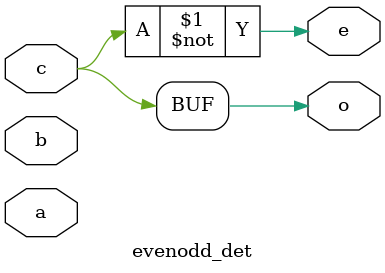
<source format=sv>
module evenodd_det(a,b,c,o,e);
  input a,b,c;
  output o,e;
  not n1 (e,c);
  buf n2 (o,c);
  
endmodule
</source>
